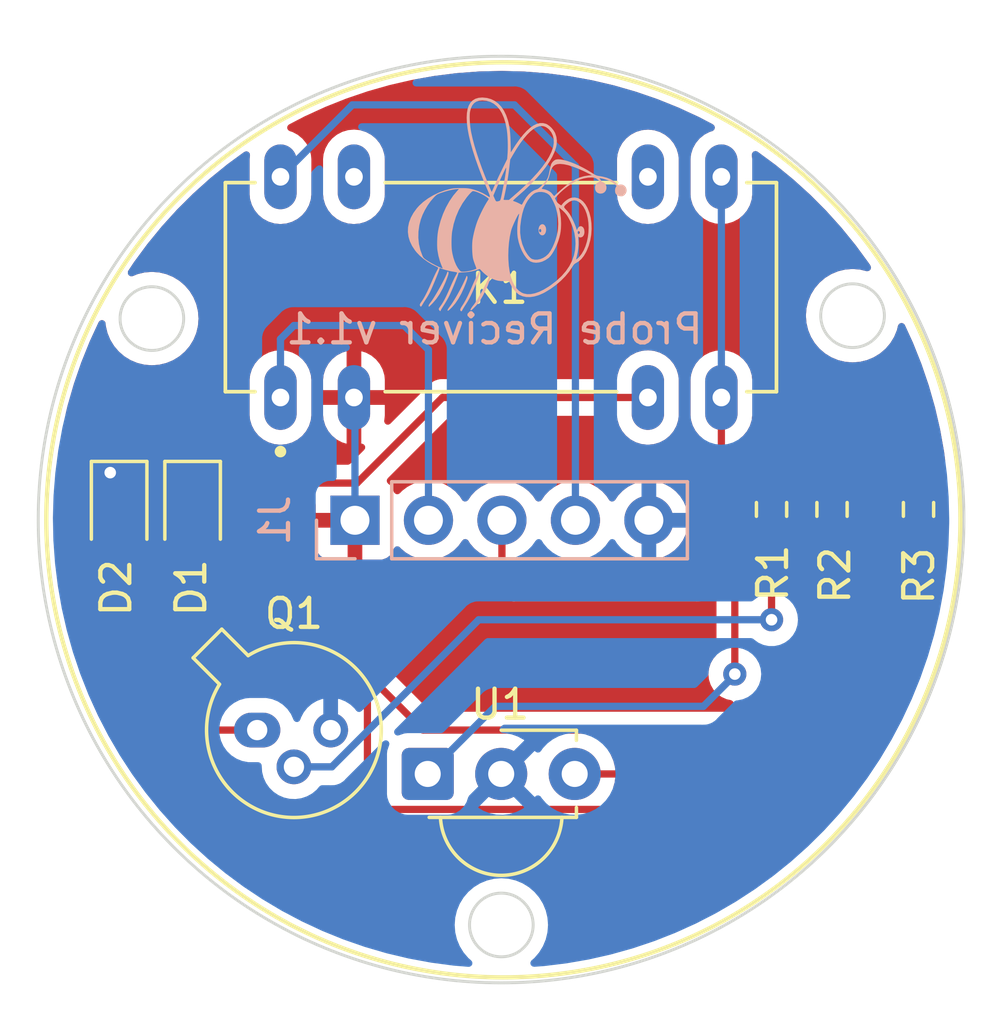
<source format=kicad_pcb>
(kicad_pcb (version 20211014) (generator pcbnew)
  (layers (0 "F.Cu" signal) (31 "B.Cu" signal) (34 "B.Paste" user) (35 "F.Paste" user) (36 "B.SilkS" user "B.Silkscreen") (37 "F.SilkS" user "F.Silkscreen") (38 "B.Mask" user) (39 "F.Mask" user) (44 "Edge.Cuts" user))
  (net 0 "")
  (net 1 "Net-(D1-Pad2)")
  (net 2 "GND")
  (net 3 "Net-(D1-Pad1)")
  (net 4 "Net-(Q1-Pad2)")
  (net 5 "+5V")
  (net 6 "Net-(J1-Pad2)")
  (net 7 "Net-(J1-Pad4)")
  (net 8 "Net-(R1-Pad1)")
  (net 9 "Net-(J1-Pad3)")
  (net 10 "Net-(D2-Pad2)")
  (footprint "LED_SMD:LED_0805_2012Metric" (layer "F.Cu") (at 89.337823 99.67817 -90)
    (fp_text reference "D1" (at 2.678138 0.052438 90) (layer "F.SilkS"))
    (fp_text value "LED")
    (fp_line (start -1.685 -0.96) (end -1.685 0.96) (layer "F.SilkS") (width 0.12))
    (fp_line (start -1.685 0.96) (end 1 0.96) (layer "F.SilkS") (width 0.12))
    (fp_line (start 1 -0.96) (end -1.685 -0.96) (layer "F.SilkS") (width 0.12))
    (pad "1" smd roundrect (at -0.9375 0 270) (size 0.975 1.4) (layers "F.Cu" "F.Paste" "F.Mask") (net 3 "Net-(D1-Pad1)"))
    (pad "2" smd roundrect (at 0.9375 0 270) (size 0.975 1.4) (layers "F.Cu" "F.Paste" "F.Mask") (net 1 "Net-(D1-Pad2)"))
  )
  (footprint "HE721C0510:RELAY_HE721C0510" (layer "F.Cu") (at 99.995 91.975 90)
    (fp_text reference "K1" (at -0.05 -0.05 180) (layer "F.SilkS"))
    (fp_text value "HE721C0510")
    (fp_line (start 3.61 -9.525) (end 3.61 -8.499) (layer "F.SilkS") (width 0.127))
    (fp_line (start 3.61 -4) (end 3.61 4) (layer "F.SilkS") (width 0.127))
    (fp_line (start -3.61 -8.499) (end -3.61 -9.525) (layer "F.SilkS") (width 0.127))
    (fp_line (start 3.61 9.525) (end -3.61 9.525) (layer "F.SilkS") (width 0.127))
    (fp_line (start -3.61 -9.525) (end 3.61 -9.525) (layer "F.SilkS") (width 0.127))
    (fp_line (start -3.61 -4) (end -3.61 4) (layer "F.SilkS") (width 0.127))
    (fp_line (start 3.61 9.525) (end 3.61 8.499) (layer "F.SilkS") (width 0.127))
    (fp_line (start -3.61 9.525) (end -3.61 8.499) (layer "F.SilkS") (width 0.127))
    (fp_circle (center -5.678 -7.62) (end -5.578 -7.62) (layer "F.SilkS") (width 0.2) (fill none))
    (pad "1" thru_hole oval locked (at -3.81 -7.62 90) (size 2.236 1.118) (drill 0.61) (layers *.Cu *.Mask) (net 6 "Net-(J1-Pad2)"))
    (pad "2" thru_hole oval locked (at -3.81 -5.08 90) (size 2.236 1.118) (drill 0.61) (layers *.Cu *.Mask) (net 5 "+5V"))
    (pad "6" thru_hole oval locked (at -3.81 5.08 90) (size 2.236 1.118) (drill 0.61) (layers *.Cu *.Mask) (net 3 "Net-(D1-Pad1)"))
    (pad "7" thru_hole oval locked (at -3.81 7.62 90) (size 2.236 1.118) (drill 0.61) (layers *.Cu *.Mask) (net 9 "Net-(J1-Pad3)"))
    (pad "8" thru_hole oval locked (at 3.81 7.62 90) (size 2.236 1.118) (drill 0.61) (layers *.Cu *.Mask) (net 9 "Net-(J1-Pad3)"))
    (pad "9" thru_hole oval locked (at 3.81 5.08 90) (size 2.236 1.118) (drill 0.61) (layers *.Cu *.Mask))
    (pad "13" thru_hole oval locked (at 3.81 -5.08 90) (size 2.236 1.118) (drill 0.61) (layers *.Cu *.Mask))
    (pad "14" thru_hole oval locked (at 3.81 -7.62 90) (size 2.236 1.118) (drill 0.61) (layers *.Cu *.Mask) (net 7 "Net-(J1-Pad4)"))
  )
  (footprint "OptoDevice:Vishay_MINICAST-3Pin" (layer "F.Cu") (at 97.465 108.785)
    (fp_text reference "U1" (at 2.5 -2.4 180) (layer "F.SilkS"))
    (fp_text value "TSSP4038")
    (fp_line (start 5.14 -1.16) (end 5.14 -1.51) (layer "F.SilkS") (width 0.12))
    (fp_line (start 5.14 -1.51) (end 2.54 -1.51) (layer "F.SilkS") (width 0.12))
    (fp_line (start 5.14 1.5) (end 0.05 1.5) (layer "F.SilkS") (width 0.12))
    (fp_line (start 5.14 1.16) (end 5.14 1.5) (layer "F.SilkS") (width 0.12))
    (fp_arc (start 4.64 1.5) (mid 2.540869 3.502379) (end 0.440083 1.501736) (layer "F.SilkS") (width 0.12))
    (pad "1" thru_hole roundrect (at 0 0) (size 1.8 1.8) (drill 0.9) (layers *.Cu *.Mask) (roundrect_rratio 0.139) (net 8 "Net-(R1-Pad1)"))
    (pad "2" thru_hole circle (at 2.54 0) (size 1.8 1.8) (drill 0.9) (layers *.Cu *.Mask) (net 2 "GND"))
    (pad "3" thru_hole circle (at 5.08 0) (size 1.8 1.8) (drill 0.9) (layers *.Cu *.Mask) (net 5 "+5V"))
  )
  (footprint "Resistor_SMD:R_0603_1608Metric" (layer "F.Cu") (at 114.43 99.65 -90)
    (fp_text reference "R3" (at 2.3 -0.015 -90) (layer "F.SilkS"))
    (fp_text value "R1K")
    (fp_line (start -0.237258 0.5225) (end 0.237258 0.5225) (layer "F.SilkS") (width 0.12))
    (fp_line (start -0.237258 -0.5225) (end 0.237258 -0.5225) (layer "F.SilkS") (width 0.12))
    (pad "1" smd roundrect (at -0.825 0 270) (size 0.8 0.95) (layers "F.Cu" "F.Paste" "F.Mask") (net 5 "+5V"))
    (pad "2" smd roundrect (at 0.825 0 270) (size 0.8 0.95) (layers "F.Cu" "F.Paste" "F.Mask") (net 10 "Net-(D2-Pad2)"))
  )
  (footprint "Package_TO_SOT_THT:TO-18-3" (layer "F.Cu") (at 91.57 107.27)
    (fp_text reference "Q1" (at 1.27 -4.02) (layer "F.SilkS"))
    (fp_text value "2N2907A")
    (fp_line (start -0.312331 -2.572281) (end -1.224499 -3.484448) (layer "F.SilkS") (width 0.12))
    (fp_line (start -1.224499 -3.484448) (end -2.214448 -2.494499) (layer "F.SilkS") (width 0.12))
    (fp_line (start -2.214448 -2.494499) (end -1.302281 -1.582331) (layer "F.SilkS") (width 0.12))
    (fp_arc (start -0.312331 -2.572281) (mid 3.405374 2.135551) (end -1.30215 -1.582544) (layer "F.SilkS") (width 0.12))
    (pad "1" thru_hole oval (at 0 0) (size 1.6 1.2) (drill 0.7) (layers *.Cu *.Mask) (net 3 "Net-(D1-Pad1)"))
    (pad "2" thru_hole oval (at 1.27 1.27) (size 1.2 1.2) (drill 0.7) (layers *.Cu *.Mask) (net 4 "Net-(Q1-Pad2)"))
    (pad "3" thru_hole oval (at 2.54 0) (size 1.2 1.2) (drill 0.7) (layers *.Cu *.Mask) (net 2 "GND"))
  )
  (footprint "LED_SMD:LED_0805_2012Metric" (layer "F.Cu") (at 86.797823 99.67817 -90)
    (fp_text reference "D2" (at 2.678138 0.104876 90) (layer "F.SilkS"))
    (fp_text value "LED")
    (fp_line (start -1.685 0.96) (end 1 0.96) (layer "F.SilkS") (width 0.12))
    (fp_line (start -1.685 -0.96) (end -1.685 0.96) (layer "F.SilkS") (width 0.12))
    (fp_line (start 1 -0.96) (end -1.685 -0.96) (layer "F.SilkS") (width 0.12))
    (pad "1" smd roundrect (at -0.9375 0 270) (size 0.975 1.4) (layers "F.Cu" "F.Paste" "F.Mask") (net 2 "GND"))
    (pad "2" smd roundrect (at 0.9375 0 270) (size 0.975 1.4) (layers "F.Cu" "F.Paste" "F.Mask") (net 10 "Net-(D2-Pad2)"))
  )
  (footprint "Resistor_SMD:R_0603_1608Metric" (layer "F.Cu") (at 111.44 99.65 -90)
    (fp_text reference "R2" (at 2.275 -0.105 -90) (layer "F.SilkS"))
    (fp_text value "R1K")
    (fp_line (start -0.237258 -0.5225) (end 0.237258 -0.5225) (layer "F.SilkS") (width 0.12))
    (fp_line (start -0.237258 0.5225) (end 0.237258 0.5225) (layer "F.SilkS") (width 0.12))
    (pad "1" smd roundrect (at -0.825 0 270) (size 0.8 0.95) (layers "F.Cu" "F.Paste" "F.Mask") (net 5 "+5V"))
    (pad "2" smd roundrect (at 0.825 0 270) (size 0.8 0.95) (layers "F.Cu" "F.Paste" "F.Mask") (net 1 "Net-(D1-Pad2)"))
  )
  (footprint "Resistor_SMD:R_0603_1608Metric" (layer "F.Cu") (at 109.35 99.65 -90)
    (fp_text reference "R1" (at 2.2 -0.045 -90) (layer "F.SilkS"))
    (fp_text value "R39")
    (fp_line (start -0.237258 0.5225) (end 0.237258 0.5225) (layer "F.SilkS") (width 0.12))
    (fp_line (start -0.237258 -0.5225) (end 0.237258 -0.5225) (layer "F.SilkS") (width 0.12))
    (pad "1" smd roundrect (at -0.825 0 270) (size 0.8 0.95) (layers "F.Cu" "F.Paste" "F.Mask") (net 8 "Net-(R1-Pad1)"))
    (pad "2" smd roundrect (at 0.825 0 270) (size 0.8 0.95) (layers "F.Cu" "F.Paste" "F.Mask") (net 4 "Net-(Q1-Pad2)"))
  )
  (footprint "LOGO" (layer "B.Cu") (at 100.445 89.2 180)
    (fp_text reference " " (at 6.56 4.83) (layer "F.SilkS") (effects (font (size 1.524 1.524) (thickness 0.3))))
    (fp_text value "Probe Reciver v1.1" (at 0.675 -4.225) (layer "B.SilkS") (effects (justify mirror)))
    (fp_poly (pts (xy 2.296962 -2.241683) (xy 2.30853 -2.270795) (xy 2.31077 -2.277611) (xy 2.334515 -2.339499) (xy 2.371027 -2.420425) (xy 2.417903 -2.516085) (xy 2.47274 -2.622179) (xy 2.533134 -2.734403) (xy 2.596682 -2.848458) (xy 2.660982 -2.960039) (xy 2.723629 -3.064847) (xy 2.782221 -3.158579) (xy 2.834355 -3.236933) (xy 2.877627 -3.295607) (xy 2.883436 -3.302723) (xy 2.920138 -3.351636) (xy 2.943683 -3.39301) (xy 2.950576 -3.417545) (xy 2.946927 -3.443377) (xy 2.940137 -3.451634) (xy 2.927032 -3.442218) (xy 2.898639 -3.416458) (xy 2.85893 -3.378111) (xy 2.811875 -3.330932) (xy 2.803842 -3.322725) (xy 2.682426 -3.181425) (xy 2.568395 -3.014088) (xy 2.462317 -2.821666) (xy 2.364761 -2.605112) (xy 2.344795 -2.555083) (xy 2.307957 -2.458276) (xy 2.282041 -2.383632) (xy 2.266315 -2.328037) (xy 2.260049 -2.288373) (xy 2.262512 -2.261526) (xy 2.272091 -2.245233) (xy 2.286512 -2.234583)) (layer "B.SilkS") (width 0) (fill solid))
    (fp_poly (pts (xy 1.224926 3.76372) (xy 1.333609 3.730623) (xy 1.425557 3.67557) (xy 1.500769 3.598705) (xy 1.559248 3.500171) (xy 1.600993 3.380111) (xy 1.626006 3.238668) (xy 1.634287 3.075985) (xy 1.625837 2.892206) (xy 1.600656 2.687474) (xy 1.558746 2.461931) (xy 1.500107 2.215722) (xy 1.42474 1.948989) (xy 1.332645 1.661875) (xy 1.223824 1.354523) (xy 1.098276 1.027077) (xy 1.085421 0.994786) (xy 1.047197 0.900245) (xy 1.00468 0.797031) (xy 0.961992 0.695033) (xy 0.923257 0.604141) (xy 0.906706 0.566059) (xy 0.868753 0.475923) (xy 0.84419 0.408863) (xy 0.832702 0.363726) (xy 0.833972 0.339362) (xy 0.843083 0.334027) (xy 0.856239 0.341062) (xy 0.886991 0.359828) (xy 0.92964 0.386816) (xy 0.947697 0.398444) (xy 1.079147 0.472874) (xy 1.228325 0.539027) (xy 1.385431 0.592761) (xy 1.446933 0.609506) (xy 1.473717 0.615902) (xy 1.899781 0.615902) (xy 1.957074 0.554992) (xy 2.100974 0.383874) (xy 2.232629 0.190766) (xy 2.350218 -0.020512) (xy 2.451915 -0.246139) (xy 2.5359 -0.482295) (xy 2.600347 -0.725157) (xy 2.623637 -0.842028) (xy 2.638551 -0.94858) (xy 2.649028 -1.070439) (xy 2.654772 -1.198439) (xy 2.655483 -1.323411) (xy 2.650862 -1.436189) (xy 2.64498 -1.49765) (xy 2.612096 -1.687032) (xy 2.562704 -1.869618) (xy 2.513028 -2.004072) (xy 2.491323 -2.055871) (xy 2.474445 -2.096784) (xy 2.464805 -2.120937) (xy 2.463453 -2.124906) (xy 2.475118 -2.124451) (xy 2.507236 -2.113164) (xy 2.555492 -2.092914) (xy 2.615569 -2.065569) (xy 2.683151 -2.032997) (xy 2.728917 -2.00998) (xy 2.80436 -1.969786) (xy 2.885472 -1.923965) (xy 2.960899 -1.879051) (xy 3.004702 -1.85134) (xy 3.060917 -1.813447) (xy 3.099109 -1.783998) (xy 3.125082 -1.757042) (xy 3.144635 -1.726629) (xy 3.162302 -1.689668) (xy 3.235597 -1.490825) (xy 3.283095 -1.283671) (xy 3.304685 -1.070613) (xy 3.300259 -0.854059) (xy 3.269708 -0.636415) (xy 3.21883 -0.438545) (xy 3.158427 -0.278105) (xy 3.078421 -0.11391) (xy 2.983493 0.046153) (xy 2.878321 0.194197) (xy 2.767586 0.322333) (xy 2.767194 0.322737) (xy 2.719931 0.370428) (xy 2.682458 0.40373) (xy 2.64634 0.428046) (xy 2.603143 0.448777) (xy 2.544431 0.471326) (xy 2.523171 0.479022) (xy 2.388439 0.523936) (xy 2.256736 0.561041) (xy 2.134649 0.588704) (xy 2.028764 0.605294) (xy 2.004165 0.607635) (xy 1.899781 0.615902) (xy 1.473717 0.615902) (xy 1.506205 0.62366) (xy 1.558182 0.63372) (xy 1.609952 0.640375) (xy 1.668602 0.644314) (xy 1.741219 0.646228) (xy 1.830192 0.646799) (xy 1.939579 0.645876) (xy 2.027511 0.642423) (xy 2.100292 0.635998) (xy 2.164225 0.626161) (xy 2.185096 0.621953) (xy 2.391948 0.566881) (xy 2.594228 0.491805) (xy 2.787983 0.398997) (xy 2.969261 0.290732) (xy 3.134111 0.169284) (xy 3.278581 0.036926) (xy 3.359624 -0.053804) (xy 3.475832 -0.213993) (xy 3.564608 -0.376406) (xy 3.62595 -0.54023) (xy 3.659856 -0.704654) (xy 3.666325 -0.868865) (xy 3.645355 -1.032051) (xy 3.596944 -1.193399) (xy 3.52109 -1.352097) (xy 3.417793 -1.507334) (xy 3.362793 -1.575331) (xy 3.254276 -1.688084) (xy 3.125351 -1.798388) (xy 2.983292 -1.900861) (xy 2.835373 -1.990119) (xy 2.732798 -2.041598) (xy 2.681903 -2.066164) (xy 2.64234 -2.087728) (xy 2.619793 -2.103068) (xy 2.616677 -2.107404) (xy 2.622877 -2.124458) (xy 2.63965 -2.159865) (xy 2.664075 -2.207631) (xy 2.680743 -2.238906) (xy 2.707662 -2.291583) (xy 2.741956 -2.363022) (xy 2.780391 -2.446246) (xy 2.819736 -2.534283) (xy 2.849021 -2.601913) (xy 2.926724 -2.778856) (xy 3.000179 -2.935195) (xy 3.068597 -3.069376) (xy 3.131186 -3.179851) (xy 3.187154 -3.265067) (xy 3.187791 -3.265942) (xy 3.224658 -3.318119) (xy 3.246188 -3.354596) (xy 3.25445 -3.381392) (xy 3.251513 -3.404529) (xy 3.24236 -3.424696) (xy 3.227846 -3.445212) (xy 3.212989 -3.447507) (xy 3.194407 -3.429429) (xy 3.168718 -3.388825) (xy 3.15893 -3.37159) (xy 3.127157 -3.317944) (xy 3.087779 -3.255698) (xy 3.051211 -3.201096) (xy 3.015427 -3.146425) (xy 2.974227 -3.078625) (xy 2.934671 -3.009448) (xy 2.921607 -2.98537) (xy 2.897326 -2.936808) (xy 2.866507 -2.870642) (xy 2.830881 -2.791027) (xy 2.792175 -2.702117) (xy 2.752118 -2.608068) (xy 2.712439 -2.513034) (xy 2.674866 -2.42117) (xy 2.641129 -2.336632) (xy 2.612957 -2.263575) (xy 2.592076 -2.206152) (xy 2.580218 -2.16852) (xy 2.57851 -2.16074) (xy 2.572284 -2.130042) (xy 2.566937 -2.115657) (xy 2.566537 -2.115507) (xy 2.552051 -2.119919) (xy 2.519463 -2.13131) (xy 2.488331 -2.142628) (xy 2.386832 -2.175563) (xy 2.269992 -2.206232) (xy 2.150292 -2.231564) (xy 2.078259 -2.243512) (xy 2.025574 -2.252585) (xy 1.985421 -2.262269) (xy 1.964191 -2.270913) (xy 1.962411 -2.273478) (xy 1.968961 -2.290971) (xy 1.986367 -2.325781) (xy 2.011269 -2.371297) (xy 2.019387 -2.385512) (xy 2.04155 -2.427326) (xy 2.072017 -2.489615) (xy 2.108363 -2.567169) (xy 2.148165 -2.654777) (xy 2.189002 -2.747228) (xy 2.207633 -2.790334) (xy 2.276179 -2.946714) (xy 2.337798 -3.079695) (xy 2.394101 -3.192375) (xy 2.446696 -3.287851) (xy 2.497192 -3.369219) (xy 2.540314 -3.430466) (xy 2.574932 -3.477902) (xy 2.594196 -3.509895) (xy 2.599935 -3.5329) (xy 2.59398 -3.553371) (xy 2.580965 -3.57378) (xy 2.557659 -3.598771) (xy 2.540053 -3.60295) (xy 2.533042 -3.585171) (xy 2.533042 -3.585013) (xy 2.525679 -3.566932) (xy 2.505422 -3.530451) (xy 2.475018 -3.480195) (xy 2.437214 -3.420789) (xy 2.419406 -3.393643) (xy 2.368967 -3.313861) (xy 2.315582 -3.223452) (xy 2.265606 -3.133509) (xy 2.225398 -3.055126) (xy 2.225318 -3.054959) (xy 2.191444 -2.982576) (xy 2.154047 -2.899165) (xy 2.114735 -2.808679) (xy 2.075115 -2.71507) (xy 2.036795 -2.622291) (xy 2.001381 -2.534295) (xy 1.970481 -2.455033) (xy 1.945704 -2.388459) (xy 1.928655 -2.338524) (xy 1.920942 -2.309182) (xy 1.920658 -2.305816) (xy 1.919663 -2.291994) (xy 1.913623 -2.282419) (xy 1.897956 -2.275982) (xy 1.868079 -2.271574) (xy 1.819408 -2.268086) (xy 1.750165 -2.264544) (xy 1.596276 -2.252118) (xy 1.458107 -2.229625) (xy 1.324754 -2.195116) (xy 1.278389 -2.180238) (xy 1.1812 -2.147642) (xy 1.096892 -2.23544) (xy 1.046807 -2.284294) (xy 0.99215 -2.332489) (xy 0.943658 -2.370624) (xy 0.937744 -2.374782) (xy 0.89964 -2.401382) (xy 0.872686 -2.420882) (xy 0.862905 -2.428874) (xy 0.868602 -2.44161) (xy 0.88435 -2.475172) (xy 0.908132 -2.525302) (xy 0.937929 -2.587742) (xy 0.959671 -2.633126) (xy 1.01265 -2.740376) (xy 1.07034 -2.851617) (xy 1.130468 -2.962907) (xy 1.19076 -3.070304) (xy 1.248942 -3.169866) (xy 1.30274 -3.257651) (xy 1.34988 -3.329717) (xy 1.388088 -3.382122) (xy 1.399689 -3.395946) (xy 1.433216 -3.437192) (xy 1.464652 -3.481938) (xy 1.489235 -3.522726) (xy 1.502204 -3.552098) (xy 1.503124 -3.557943) (xy 1.492073 -3.575051) (xy 1.483829 -3.576877) (xy 1.466835 -3.567064) (xy 1.435897 -3.540553) (xy 1.395235 -3.501734) (xy 1.349074 -3.454998) (xy 1.301635 -3.404736) (xy 1.257141 -3.355339) (xy 1.219814 -3.311197) (xy 1.193877 -3.276702) (xy 1.191199 -3.272582) (xy 1.079998 -3.084561) (xy 0.982547 -2.895875) (xy 0.901806 -2.712629) (xy 0.848088 -2.564357) (xy 0.831509 -2.516319) (xy 0.817029 -2.480692) (xy 0.807337 -2.463961) (xy 0.806226 -2.463453) (xy 0.789306 -2.468644) (xy 0.755237 -2.482084) (xy 0.721979 -2.496263) (xy 0.636644 -2.529147) (xy 0.552431 -2.550922) (xy 0.460406 -2.563221) (xy 0.351635 -2.567677) (xy 0.330857 -2.567772) (xy 0.167632 -2.567836) (xy 0.132274 -2.649368) (xy 0.076497 -2.757186) (xy 0.007056 -2.858562) (xy -0.070999 -2.947331) (xy -0.152623 -3.017324) (xy -0.187586 -3.040127) (xy -0.299632 -3.089863) (xy -0.424114 -3.115845) (xy -0.559245 -3.118248) (xy -0.70324 -3.097246) (xy -0.854312 -3.053014) (xy -1.010674 -2.985726) (xy -1.071671 -2.953839) (xy -1.265793 -2.836172) (xy -1.45049 -2.702149) (xy -1.622057 -2.555204) (xy -1.776784 -2.398776) (xy -1.910967 -2.236299) (xy -2.017413 -2.077142) (xy -2.051633 -2.022665) (xy -2.081152 -1.986125) (xy -2.112949 -1.960192) (xy -2.147037 -1.940986) (xy -2.245815 -1.880047) (xy -2.333845 -1.800814) (xy -2.413591 -1.700485) (xy -2.487514 -1.576261) (xy -2.51373 -1.524) (xy -2.586108 -1.346247) (xy -2.638917 -1.157392) (xy -2.672082 -0.961764) (xy -2.685528 -0.763692) (xy -2.684008 -0.716711) (xy -2.581779 -0.716711) (xy -2.575358 -0.882633) (xy -2.555056 -1.047535) (xy -2.521055 -1.207938) (xy -2.473537 -1.360359) (xy -2.412685 -1.501319) (xy -2.338681 -1.627336) (xy -2.251707 -1.734929) (xy -2.220664 -1.765363) (xy -2.186395 -1.79566) (xy -2.161018 -1.81568) (xy -2.15046 -1.821016) (xy -2.151782 -1.806425) (xy -2.159205 -1.771193) (xy -2.171358 -1.721492) (xy -2.179349 -1.691014) (xy -2.206429 -1.568999) (xy -2.225376 -1.439429) (xy -2.235292 -1.311743) (xy -2.235288 -1.273766) (xy -2.129424 -1.273766) (xy -2.115945 -1.477842) (xy -2.075539 -1.67497) (xy -2.008248 -1.865079) (xy -1.91412 -2.048098) (xy -1.793197 -2.223956) (xy -1.645524 -2.392584) (xy -1.471147 -2.553909) (xy -1.270109 -2.707862) (xy -1.190426 -2.761988) (xy -1.025896 -2.860973) (xy -0.869561 -2.936047) (xy -0.722187 -2.987039) (xy -0.584534 -3.013779) (xy -0.457369 -3.016097) (xy -0.341453 -2.993821) (xy -0.274201 -2.966913) (xy -0.175392 -2.902934) (xy -0.087424 -2.81418) (xy -0.010667 -2.701664) (xy 0.054515 -2.566398) (xy 0.107753 -2.409396) (xy 0.14868 -2.231672) (xy 0.17693 -2.034238) (xy 0.192134 -1.81811) (xy 0.19485 -1.672161) (xy 0.188634 -1.447204) (xy 0.17045 -1.229528) (xy 0.140994 -1.024892) (xy 0.100963 -0.839053) (xy 0.088566 -0.793316) (xy 0.071704 -0.743088) (xy 0.045952 -0.677407) (xy 0.013879 -0.601814) (xy -0.021944 -0.521852) (xy -0.058947 -0.443067) (xy -0.094559 -0.371) (xy -0.126209 -0.311195) (xy -0.151328 -0.269195) (xy -0.1599 -0.25748) (xy -0.169131 -0.246033) (xy -0.175307 -0.2398) (xy -0.178132 -0.242291) (xy -0.177309 -0.257013) (xy -0.172542 -0.287475) (xy -0.163534 -0.337187) (xy -0.14999 -0.409656) (xy -0.144614 -0.438411) (xy -0.127491 -0.55722) (xy -0.117202 -0.68803) (xy -0.113949 -0.821412) (xy -0.117934 -0.947939) (xy -0.12936 -1.058179) (xy -0.131091 -1.068977) (xy -0.165573 -1.226647) (xy -0.214541 -1.379683) (xy -0.275734 -1.523299) (xy -0.346891 -1.652704) (xy -0.425749 -1.763111) (xy -0.492477 -1.834186) (xy -0.571353 -1.888679) (xy -0.663295 -1.921246) (xy -0.764741 -1.932285) (xy -0.872129 -1.922192) (xy -0.981896 -1.891363) (xy -1.09048 -1.840196) (xy -1.194319 -1.769088) (xy -1.212488 -1.753981) (xy -1.267324 -1.696312) (xy -1.325299 -1.616352) (xy -1.383846 -1.519056) (xy -1.440394 -1.409377) (xy -1.492374 -1.29227) (xy -1.537218 -1.172687) (xy -1.56997 -1.064713) (xy -1.596574 -0.954025) (xy -1.614608 -0.851532) (xy -1.625297 -0.747048) (xy -1.629868 -0.630386) (xy -1.630112 -0.586666) (xy -1.530606 -0.586666) (xy -1.5216 -0.769382) (xy -1.510627 -0.850563) (xy -1.481355 -0.990152) (xy -1.440628 -1.13126) (xy -1.390721 -1.268462) (xy -1.333907 -1.396337) (xy -1.272462 -1.509459) (xy -1.208659 -1.602406) (xy -1.182345 -1.633425) (xy -1.10059 -1.70762) (xy -1.008392 -1.765323) (xy -0.910546 -1.805172) (xy -0.811849 -1.825809) (xy -0.717099 -1.825874) (xy -0.631092 -1.804009) (xy -0.611815 -1.795108) (xy -0.568655 -1.763336) (xy -0.518845 -1.710674) (xy -0.466139 -1.642052) (xy -0.414287 -1.562398) (xy -0.367043 -1.476642) (xy -0.362699 -1.467884) (xy -0.287828 -1.284062) (xy -0.238437 -1.090754) (xy -0.215001 -0.890702) (xy -0.217993 -0.68665) (xy -0.221275 -0.650683) (xy -0.250258 -0.431102) (xy -0.289866 -0.235907) (xy -0.340662 -0.063527) (xy -0.403211 0.087607) (xy -0.478074 0.219062) (xy -0.565815 0.332409) (xy -0.579769 0.34757) (xy -0.634385 0.403223) (xy -0.67854 0.441696) (xy -0.718656 0.467941) (xy -0.759822 0.486414) (xy -0.857108 0.510411) (xy -0.95828 0.513449) (xy -1.056826 0.496677) (xy -1.146235 0.461248) (xy -1.219992 0.408312) (xy -1.223995 0.404388) (xy -1.255272 0.365214) (xy -1.292676 0.306164) (xy -1.332944 0.233566) (xy -1.372812 0.153749) (xy -1.409018 0.073041) (xy -1.438299 -0.00223) (xy -1.446851 -0.027836) (xy -1.492588 -0.207592) (xy -1.520721 -0.396635) (xy -1.530606 -0.586666) (xy -1.630112 -0.586666) (xy -1.63024 -0.563672) (xy -1.622448 -0.389148) (xy -1.600897 -0.220257) (xy -1.566839 -0.066585) (xy -1.563911 -0.056272) (xy -1.554042 -0.022078) (xy -1.588355 -0.049313) (xy -1.681231 -0.127076) (xy -1.756293 -0.200574) (xy -1.819057 -0.276866) (xy -1.875039 -0.363009) (xy -1.929755 -0.466062) (xy -1.954504 -0.517837) (xy -2.035164 -0.715339) (xy -2.090414 -0.909233) (xy -2.121373 -1.104349) (xy -2.129424 -1.273766) (xy -2.235288 -1.273766) (xy -2.235281 -1.195376) (xy -2.2313 -1.144634) (xy -2.225707 -1.079349) (xy -2.226612 -1.040976) (xy -2.234042 -1.029353) (xy -2.247726 -1.043836) (xy -2.269772 -1.056204) (xy -2.305869 -1.057058) (xy -2.345332 -1.047648) (xy -2.377473 -1.029224) (xy -2.378173 -1.028582) (xy -2.41594 -0.978015) (xy -2.434738 -0.912315) (xy -2.436869 -0.875117) (xy -2.279533 -0.875117) (xy -2.275569 -0.901157) (xy -2.270917 -0.912094) (xy -2.24941 -0.940163) (xy -2.226507 -0.94302) (xy -2.208316 -0.922256) (xy -2.201604 -0.89401) (xy -2.205901 -0.85634) (xy -2.224092 -0.837912) (xy -2.250752 -0.842179) (xy -2.265191 -0.853528) (xy -2.279533 -0.875117) (xy -2.436869 -0.875117) (xy -2.437592 -0.86249) (xy -2.429371 -0.785995) (xy -2.404386 -0.7278) (xy -2.378173 -0.697227) (xy -2.333132 -0.670839) (xy -2.286355 -0.670036) (xy -2.242605 -0.693337) (xy -2.206646 -0.739261) (xy -2.2001 -0.752596) (xy -2.175718 -0.807055) (xy -2.137226 -0.692322) (xy -2.106654 -0.610936) (xy -2.066559 -0.518098) (xy -2.021174 -0.422591) (xy -1.974731 -0.333201) (xy -1.931462 -0.258712) (xy -1.919261 -0.239881) (xy -1.886378 -0.195696) (xy -1.842933 -0.143598) (xy -1.799043 -0.095621) (xy -1.76028 -0.053913) (xy -1.73933 -0.022455) (xy -1.736922 0.004919) (xy -1.753786 0.034378) (xy -1.790652 0.072087) (xy -1.822298 0.1009) (xy -1.911837 0.169107) (xy -1.99843 0.209711) (xy -2.082687 0.222719) (xy -2.165219 0.208135) (xy -2.246635 0.165965) (xy -2.3186 0.105287) (xy -2.399292 0.00635) (xy -2.465009 -0.112453) (xy -2.515935 -0.247642) (xy -2.55225 -0.395735) (xy -2.574137 -0.553252) (xy -2.581779 -0.716711) (xy -2.684008 -0.716711) (xy -2.67918 -0.567505) (xy -2.652964 -0.377533) (xy -2.606804 -0.198103) (xy -2.540626 -0.033544) (xy -2.539534 -0.03132) (xy -2.469573 0.088507) (xy -2.390005 0.184419) (xy -2.302028 0.25572) (xy -2.20684 0.301713) (xy -2.105641 0.3217) (xy -1.999629 0.314986) (xy -1.959965 0.305745) (xy -1.901062 0.281261) (xy -1.833943 0.240734) (xy -1.767226 0.190292) (xy -1.709531 0.13606) (xy -1.69056 0.114245) (xy -1.635543 0.045955) (xy -1.56524 0.092634) (xy -1.510596 0.1368) (xy -1.47082 0.190544) (xy -1.456864 0.216944) (xy -1.41879 0.294575) (xy -1.504468 0.391215) (xy -1.600335 0.489979) (xy -1.71341 0.591143) (xy -1.836281 0.688951) (xy -1.96154 0.777645) (xy -2.081776 0.851465) (xy -2.129424 0.876866) (xy -2.267691 0.936701) (xy -2.410682 0.980221) (xy -2.551773 1.005984) (xy -2.684341 1.012546) (xy -2.736643 1.00915) (xy -2.789504 1.001082) (xy -2.829781 0.986444) (xy -2.870393 0.959666) (xy -2.892423 0.942004) (xy -2.9284 0.911355) (xy -2.953949 0.887823) (xy -2.963338 0.876821) (xy -2.952307 0.867153) (xy -2.924169 0.851341) (xy -2.911942 0.845357) (xy -2.855267 0.807877) (xy -2.819751 0.756915) (xy -2.802559 0.687962) (xy -2.800873 0.668687) (xy -2.807562 0.591329) (xy -2.836769 0.528904) (xy -2.886119 0.483953) (xy -2.953234 0.459017) (xy -3.000989 0.45472) (xy -3.070586 0.466948) (xy -3.128109 0.50062) (xy -3.17076 0.550931) (xy -3.195739 0.61308) (xy -3.200246 0.682264) (xy -3.181483 0.753681) (xy -3.178737 0.759677) (xy -3.150931 0.79906) (xy -3.111064 0.834081) (xy -3.068762 0.857426) (xy -3.042877 0.862904) (xy -3.023512 0.874207) (xy -3.020164 0.886498) (xy -3.011048 0.911408) (xy -2.988544 0.942814) (xy -2.982766 0.949128) (xy -2.96002 0.974197) (xy -2.955839 0.98534) (xy -2.968915 0.988121) (xy -2.97358 0.988164) (xy -3.015697 0.983132) (xy -3.075681 0.969574) (xy -3.145762 0.9498) (xy -3.218167 0.926118) (xy -3.285123 0.900838) (xy -3.321983 0.88467) (xy -3.380963 0.852876) (xy -3.439429 0.815082) (xy -3.484695 0.779492) (xy -3.547397 0.721696) (xy -3.520435 0.677478) (xy -3.500075 0.622689) (xy -3.493908 0.556558) (xy -3.502254 0.491872) (xy -3.514922 0.457981) (xy -3.556556 0.406485) (xy -3.617089 0.374027) (xy -3.693924 0.361961) (xy -3.699196 0.361915) (xy -3.74554 0.36414) (xy -3.77839 0.374406) (xy -3.810793 0.397978) (xy -3.828411 0.414054) (xy -3.872314 0.470895) (xy -3.893302 0.533081) (xy -3.893713 0.596181) (xy -3.875883 0.655763) (xy -3.842149 0.707394) (xy -3.794848 0.746642) (xy -3.736317 0.769076) (xy -3.668892 0.770264) (xy -3.643477 0.764799) (xy -3.615511 0.758378) (xy -3.594561 0.760319) (xy -3.572978 0.774251) (xy -3.543115 0.803802) (xy -3.528519 0.81933) (xy -3.444236 0.891446) (xy -3.337018 0.953643) (xy -3.210478 1.004376) (xy -3.068228 1.0421) (xy -2.968385 1.059002) (xy -2.915994 1.066679) (xy -2.874939 1.07555) (xy -2.837982 1.088613) (xy -2.830194 1.092547) (xy -2.693095 1.092547) (xy -2.588712 1.083732) (xy -2.431034 1.05955) (xy -2.275156 1.013163) (xy -2.118308 0.943402) (xy -1.95772 0.849097) (xy -1.842406 0.768452) (xy -1.802037 0.736952) (xy -1.750137 0.694206) (xy -1.69071 0.643758) (xy -1.627759 0.589155) (xy -1.565288 0.533942) (xy -1.5073 0.481664) (xy -1.4578 0.435866) (xy -1.42079 0.400095) (xy -1.400274 0.377896) (xy -1.398427 0.375275) (xy -1.385935 0.376638) (xy -1.364113 0.39684) (xy -1.350774 0.413539) (xy -1.319126 0.453297) (xy -1.287221 0.488444) (xy -1.278845 0.49652) (xy -1.224619 0.535289) (xy -1.154889 0.57063) (xy -1.081913 0.597052) (xy -1.030117 0.607995) (xy -0.990396 0.614705) (xy -0.965119 0.62283) (xy -0.960328 0.627467) (xy -0.968835 0.642128) (xy -0.99179 0.672782) (xy -1.025341 0.714445) (xy -1.052915 0.74731) (xy -1.10895 0.817389) (xy -1.152232 0.883401) (xy -1.186532 0.953117) (xy -1.215621 1.034308) (xy -1.243267 1.134747) (xy -1.245776 1.144846) (xy -1.278499 1.255908) (xy -1.316933 1.341703) (xy -1.363657 1.40462) (xy -1.42125 1.447051) (xy -1.492291 1.471386) (xy -1.579358 1.480017) (xy -1.607241 1.479939) (xy -1.728915 1.468313) (xy -1.869073 1.438484) (xy -2.025714 1.391097) (xy -2.196838 1.326796) (xy -2.380444 1.246226) (xy -2.477369 1.199514) (xy -2.693095 1.092547) (xy -2.830194 1.092547) (xy -2.797887 1.108867) (xy -2.747417 1.139309) (xy -2.697423 1.171261) (xy -2.550552 1.26137) (xy -2.401336 1.344298) (xy -2.252491 1.419064) (xy -2.106732 1.484684) (xy -1.966775 1.540173) (xy -1.835335 1.584549) (xy -1.715127 1.616827) (xy -1.608867 1.636024) (xy -1.51927 1.641157) (xy -1.449051 1.631241) (xy -1.437919 1.627498) (xy -1.383028 1.595107) (xy -1.331254 1.544089) (xy -1.293975 1.488033) (xy -1.281557 1.455305) (xy -1.26633 1.402264) (xy -1.250158 1.33604) (xy -1.234907 1.263759) (xy -1.233844 1.258252) (xy -1.212977 1.154662) (xy -1.192777 1.072414) (xy -1.169988 1.005291) (xy -1.141353 0.947078) (xy -1.103616 0.891558) (xy -1.053521 0.832515) (xy -0.98781 0.763734) (xy -0.960178 0.735866) (xy -0.898475 0.676374) (xy -0.850786 0.636257) (xy -0.813907 0.613023) (xy -0.792551 0.605412) (xy -0.696058 0.571101) (xy -0.600683 0.511422) (xy -0.50899 0.428804) (xy -0.423545 0.325676) (xy -0.346915 0.204468) (xy -0.324844 0.162597) (xy -0.300995 0.118125) (xy -0.28102 0.086106) (xy -0.268578 0.07228) (xy -0.267267 0.072225) (xy -0.250729 0.080509) (xy -0.216879 0.097833) (xy -0.173972 0.119968) (xy -0.120747 0.145759) (xy -0.068014 0.168497) (xy -0.034794 0.1807) (xy 0.002449 0.193788) (xy 0.027619 0.205135) (xy 0.031316 0.207665) (xy 0.025004 0.219453) (xy 0.00066 0.245618) (xy -0.038286 0.282809) (xy -0.088404 0.327675) (xy -0.115245 0.350803) (xy -0.35571 0.562788) (xy -0.574466 0.770586) (xy -0.771011 0.973537) (xy -0.944844 1.17098) (xy -1.095466 1.362253) (xy -1.222374 1.546697) (xy -1.325069 1.723651) (xy -1.40305 1.892453) (xy -1.455816 2.052442) (xy -1.475519 2.14612) (xy -1.479564 2.209125) (xy -1.377206 2.209125) (xy -1.356872 2.075918) (xy -1.350884 2.052769) (xy -1.296042 1.896064) (xy -1.214995 1.730156) (xy -1.107787 1.555103) (xy -0.974464 1.370958) (xy -0.815073 1.177779) (xy -0.629658 0.97562) (xy -0.418265 0.764537) (xy -0.18094 0.544586) (xy 0.041754 0.350176) (xy 0.173973 0.237604) (xy 0.269407 0.237103) (xy 0.320092 0.237799) (xy 0.347953 0.241326) (xy 0.357951 0.248838) (xy 0.356839 0.257457) (xy 0.348981 0.284735) (xy 0.337071 0.334703) (xy 0.322061 0.402671) (xy 0.304905 0.483947) (xy 0.286556 0.57384) (xy 0.267967 0.667659) (xy 0.250091 0.760713) (xy 0.233882 0.84831) (xy 0.220293 0.92576) (xy 0.216854 0.94641) (xy 0.202035 1.041837) (xy 0.18612 1.152721) (xy 0.170794 1.266824) (xy 0.162883 1.330518) (xy 0.267154 1.330518) (xy 0.271402 1.284857) (xy 0.279768 1.219357) (xy 0.291662 1.137764) (xy 0.306493 1.04382) (xy 0.323669 0.94127) (xy 0.342598 0.833858) (xy 0.362692 0.725327) (xy 0.383357 0.619422) (xy 0.383373 0.619342) (xy 0.40661 0.503697) (xy 0.425268 0.412327) (xy 0.440355 0.342241) (xy 0.452883 0.290446) (xy 0.46386 0.253949) (xy 0.474297 0.229758) (xy 0.485203 0.21488) (xy 0.497588 0.206323) (xy 0.512462 0.201094) (xy 0.525689 0.197601) (xy 0.57045 0.18685) (xy 0.60046 0.186037) (xy 0.622098 0.199061) (xy 0.641745 0.22982) (xy 0.660367 0.270412) (xy 0.872051 0.270412) (xy 0.875653 0.256386) (xy 0.882679 0.245742) (xy 0.940955 0.157335) (xy 1.004674 0.048857) (xy 1.07059 -0.073322) (xy 1.135456 -0.202828) (xy 1.196027 -0.33329) (xy 1.249057 -0.458335) (xy 1.273367 -0.521235) (xy 1.31126 -0.632928) (xy 1.348229 -0.759201) (xy 1.381927 -0.890707) (xy 1.410007 -1.018101) (xy 1.430123 -1.132034) (xy 1.434198 -1.161749) (xy 1.441433 -1.245339) (xy 1.444737 -1.343771) (xy 1.444354 -1.449758) (xy 1.440527 -1.556013) (xy 1.433501 -1.655246) (xy 1.423518 -1.740172) (xy 1.413018 -1.795156) (xy 1.39701 -1.850984) (xy 1.374207 -1.919911) (xy 1.348802 -1.989464) (xy 1.341311 -2.008559) (xy 1.320715 -2.06215) (xy 1.30571 -2.105333) (xy 1.298273 -2.132174) (xy 1.298199 -2.137907) (xy 1.313602 -2.145457) (xy 1.347541 -2.158948) (xy 1.386349 -2.173187) (xy 1.493283 -2.204357) (xy 1.610001 -2.227096) (xy 1.721645 -2.238674) (xy 1.747435 -2.239512) (xy 1.796219 -2.238875) (xy 1.827698 -2.232741) (xy 1.852338 -2.2175) (xy 1.874914 -2.195535) (xy 1.938229 -2.114489) (xy 1.997066 -2.01037) (xy 2.049594 -1.887814) (xy 2.093979 -1.751456) (xy 2.128391 -1.605932) (xy 2.143548 -1.51573) (xy 2.151436 -1.435781) (xy 2.155991 -1.336318) (xy 2.157301 -1.225453) (xy 2.155452 -1.111295) (xy 2.150532 -1.001956) (xy 2.142629 -0.905547) (xy 2.136444 -0.856968) (xy 2.083352 -0.595529) (xy 2.005465 -0.344856) (xy 1.903449 -0.106409) (xy 1.777973 0.118351) (xy 1.629704 0.327965) (xy 1.552178 0.421013) (xy 1.497144 0.48121) (xy 1.455943 0.520204) (xy 1.426621 0.539719) (xy 1.41391 0.542794) (xy 1.360475 0.535153) (xy 1.290283 0.513965) (xy 1.209248 0.481835) (xy 1.123282 0.441368) (xy 1.0383 0.395169) (xy 0.960215 0.345842) (xy 0.949056 0.338046) (xy 0.9052 0.306301) (xy 0.880716 0.285403) (xy 0.872051 0.270412) (xy 0.660367 0.270412) (xy 0.665781 0.282212) (xy 0.666371 0.283554) (xy 0.71147 0.386176) (xy 0.642079 0.551471) (xy 0.601526 0.646737) (xy 0.55801 0.746626) (xy 0.512952 0.848099) (xy 0.467773 0.948114) (xy 0.423893 1.043632) (xy 0.382734 1.131612) (xy 0.345718 1.209013) (xy 0.314265 1.272795) (xy 0.289797 1.319918) (xy 0.273734 1.347341) (xy 0.267615 1.352596) (xy 0.267154 1.330518) (xy 0.162883 1.330518) (xy 0.157742 1.371908) (xy 0.154962 1.395955) (xy 0.128438 1.629774) (xy 0.034597 1.792613) (xy -0.091874 2.002429) (xy -0.215651 2.188497) (xy -0.3363 2.350378) (xy -0.453388 2.487635) (xy -0.566482 2.59983) (xy -0.675148 2.686527) (xy -0.778955 2.747286) (xy -0.877467 2.78167) (xy -0.952648 2.789891) (xy -1.035413 2.780061) (xy -1.110475 2.750063) (xy -1.18354 2.697157) (xy -1.221658 2.660694) (xy -1.294761 2.566184) (xy -1.345493 2.457355) (xy -1.373194 2.337303) (xy -1.377206 2.209125) (xy -1.479564 2.209125) (xy -1.484251 2.282142) (xy -1.467395 2.416097) (xy -1.425754 2.542293) (xy -1.417092 2.560876) (xy -1.36689 2.644307) (xy -1.301601 2.723675) (xy -1.227605 2.792711) (xy -1.151279 2.845144) (xy -1.106465 2.866234) (xy -1.003932 2.891455) (xy -0.898645 2.890824) (xy -0.790357 2.864157) (xy -0.678817 2.81127) (xy -0.563777 2.73198) (xy -0.444988 2.626103) (xy -0.322201 2.493456) (xy -0.195167 2.333854) (xy -0.063636 2.147113) (xy -0.000499 2.050398) (xy 0.107721 1.880907) (xy 0.113203 2.127343) (xy 0.212678 2.127343) (xy 0.213304 1.991487) (xy 0.217734 1.869064) (xy 0.219772 1.83715) (xy 0.233202 1.64926) (xy 0.385075 1.343068) (xy 0.52395 1.055908) (xy 0.651882 0.775776) (xy 0.737229 0.579098) (xy 0.754132 0.542317) (xy 0.766888 0.519957) (xy 0.771353 0.516468) (xy 0.778164 0.530417) (xy 0.793972 0.565901) (xy 0.816983 0.618798) (xy 0.845402 0.684983) (xy 0.876668 0.75852) (xy 0.995839 1.048605) (xy 1.105163 1.332076) (xy 1.203794 1.606333) (xy 1.290883 1.868774) (xy 1.365585 2.116801) (xy 1.42705 2.347813) (xy 1.474432 2.55921) (xy 1.489447 2.63879) (xy 1.505948 2.749039) (xy 1.518231 2.866358) (xy 1.525992 2.984018) (xy 1.528931 3.09529) (xy 1.526747 3.193447) (xy 1.519137 3.271761) (xy 1.518083 3.278144) (xy 1.48734 3.400666) (xy 1.441284 3.500062) (xy 1.379501 3.576716) (xy 1.301578 3.631017) (xy 1.207099 3.663348) (xy 1.095652 3.674097) (xy 1.093502 3.674095) (xy 0.950106 3.661105) (xy 0.81845 3.623099) (xy 0.698829 3.560436) (xy 0.591537 3.473477) (xy 0.496871 3.362579) (xy 0.415125 3.228102) (xy 0.346595 3.070404) (xy 0.291576 2.889845) (xy 0.250363 2.686784) (xy 0.243374 2.640507) (xy 0.231204 2.533214) (xy 0.22187 2.406436) (xy 0.215614 2.268402) (xy 0.212678 2.127343) (xy 0.113203 2.127343) (xy 0.115206 2.217412) (xy 0.12111 2.39197) (xy 0.130899 2.5441) (xy 0.145202 2.67902) (xy 0.164647 2.801945) (xy 0.189861 2.918092) (xy 0.207645 2.985369) (xy 0.268446 3.162824) (xy 0.344753 3.319105) (xy 0.43581 3.453543) (xy 0.540858 3.565466) (xy 0.659141 3.654204) (xy 0.789902 3.719089) (xy 0.932382 3.759448) (xy 1.085826 3.774613) (xy 1.099507 3.774719)) (layer "B.SilkS") (width 0) (fill solid))
    (fp_poly (pts (xy 1.207914 -2.210205) (xy 1.21085 -2.225809) (xy 1.217087 -2.249071) (xy 1.234015 -2.290618) (xy 1.258959 -2.34432) (xy 1.285604 -2.397124) (xy 1.320513 -2.466616) (xy 1.360919 -2.551399) (xy 1.401911 -2.640946) (xy 1.438579 -2.724731) (xy 1.439919 -2.727891) (xy 1.522218 -2.916662) (xy 1.598501 -3.079875) (xy 1.669494 -3.218976) (xy 1.735924 -3.335415) (xy 1.776139 -3.398353) (xy 1.818848 -3.464214) (xy 1.845476 -3.512538) (xy 1.857163 -3.547656) (xy 1.855051 -3.573898) (xy 1.84028 -3.595595) (xy 1.830463 -3.604488) (xy 1.816156 -3.609847) (xy 1.801372 -3.597359) (xy 1.781517 -3.563025) (xy 1.780446 -3.560933) (xy 1.760199 -3.524681) (xy 1.729019 -3.472865) (xy 1.691517 -3.413012) (xy 1.660128 -3.3645) (xy 1.601061 -3.270322) (xy 1.544329 -3.170358) (xy 1.487865 -3.060399) (xy 1.429602 -2.936233) (xy 1.367473 -2.793651) (xy 1.302013 -2.634888) (xy 1.259181 -2.527055) (xy 1.226912 -2.441609) (xy 1.204227 -2.375608) (xy 1.190147 -2.32611) (xy 1.183692 -2.290173) (xy 1.183014 -2.277325) (xy 1.185855 -2.237691) (xy 1.19302 -2.210929) (xy 1.196932 -2.205973)) (layer "B.SilkS") (width 0) (fill solid))
    (fp_poly (pts (xy 1.642168 -2.389071) (xy 1.642348 -2.394361) (xy 1.648137 -2.412761) (xy 1.664238 -2.451993) (xy 1.688799 -2.507851) (xy 1.719966 -2.576131) (xy 1.755884 -2.652628) (xy 1.759962 -2.661188) (xy 1.811487 -2.765413) (xy 1.869547 -2.876437) (xy 1.931483 -2.989685) (xy 1.994639 -3.10058) (xy 2.056356 -3.204546) (xy 2.113974 -3.297006) (xy 2.164837 -3.373385) (xy 2.205348 -3.427954) (xy 2.255371 -3.493166) (xy 2.285424 -3.541295) (xy 2.296363 -3.573732) (xy 2.296439 -3.575962) (xy 2.289946 -3.590453) (xy 2.26987 -3.585291) (xy 2.235318 -3.559842) (xy 2.185396 -3.513474) (xy 2.133808 -3.460912) (xy 2.023748 -3.330632) (xy 1.918042 -3.175234) (xy 1.818239 -2.997293) (xy 1.725888 -2.799386) (xy 1.70296 -2.744169) (xy 1.662757 -2.642716) (xy 1.633632 -2.56336) (xy 1.614845 -2.502998) (xy 1.605654 -2.458525) (xy 1.605318 -2.426837) (xy 1.613097 -2.404829) (xy 1.619948 -2.396335) (xy 1.636915 -2.382204)) (layer "B.SilkS") (width 0) (fill solid))
    (fp_poly (pts (xy -0.942585 -0.608574) (xy -0.903816 -0.637428) (xy -0.872844 -0.683894) (xy -0.853522 -0.746418) (xy -0.848986 -0.800742) (xy -0.857754 -0.869767) (xy -0.881647 -0.925542) (xy -0.917048 -0.964983) (xy -0.960339 -0.985006) (xy -1.007904 -0.982527) (xy -1.042209 -0.965469) (xy -1.078687 -0.924556) (xy -1.10294 -0.866254) (xy -1.1123 -0.804766) (xy -0.944032 -0.804766) (xy -0.942767 -0.846813) (xy -0.92812 -0.871881) (xy -0.904784 -0.876376) (xy -0.877454 -0.856703) (xy -0.876971 -0.856126) (xy -0.866537 -0.825469) (xy -0.8688 -0.799552) (xy -0.88556 -0.772965) (xy -0.910544 -0.766599) (xy -0.93362 -0.779751) (xy -0.944032 -0.804766) (xy -1.1123 -0.804766) (xy -1.11318 -0.798983) (xy -1.107616 -0.731159) (xy -1.098579 -0.700276) (xy -1.067148 -0.643181) (xy -1.028104 -0.609899) (xy -0.985299 -0.598881)) (layer "B.SilkS") (width 0) (fill solid))
  )
  (footprint "Connector_PinSocket_2.54mm:PinSocket_1x05_P2.54mm_Vertical" (layer "B.Cu") (at 94.95 100.025 -90)
    (fp_text reference "J1" (at 0 2.77 90) (layer "B.SilkS") (effects (justify mirror)))
    (fp_text value "Conn_01x05_Female")
    (fp_line (start 0 1.33) (end 1.33 1.33) (layer "B.SilkS") (width 0.12))
    (fp_line (start -1.33 -1.27) (end -1.33 -11.49) (layer "B.SilkS") (width 0.12))
    (fp_line (start 1.33 1.33) (end 1.33 0) (layer "B.SilkS") (width 0.12))
    (fp_line (start 1.33 -1.27) (end 1.33 -11.49) (layer "B.SilkS") (width 0.12))
    (fp_line (start -1.33 -1.27) (end 1.33 -1.27) (layer "B.SilkS") (width 0.12))
    (fp_line (start -1.33 -11.49) (end 1.33 -11.49) (layer "B.SilkS") (width 0.12))
    (pad "1" thru_hole rect (at 0 0 270) (size 1.7 1.7) (drill 1) (layers *.Cu *.Mask) (net 5 "+5V"))
    (pad "2" thru_hole oval (at 0 -2.54 270) (size 1.7 1.7) (drill 1) (layers *.Cu *.Mask) (net 6 "Net-(J1-Pad2)"))
    (pad "3" thru_hole oval (at 0 -5.08 270) (size 1.7 1.7) (drill 1) (layers *.Cu *.Mask) (net 9 "Net-(J1-Pad3)"))
    (pad "4" thru_hole oval (at 0 -7.62 270) (size 1.7 1.7) (drill 1) (layers *.Cu *.Mask) (net 7 "Net-(J1-Pad4)"))
    (pad "5" thru_hole oval (at 0 -10.16 270) (size 1.7 1.7) (drill 1) (layers *.Cu *.Mask) (net 2 "GND"))
  )
  (gr_circle (center 100.08 100.01) (end 115.88 100.01) (layer "F.SilkS") (width 0.15) (fill none))
  (gr_circle (center 112.15 92.96) (end 113.25 92.96) (layer "Edge.Cuts") (width 0.1) (fill none))
  (gr_circle (center 100 100) (end 116 100) (layer "Edge.Cuts") (width 0.1) (fill none))
  (gr_circle (center 87.93 93.06) (end 89.03 93.06) (layer "Edge.Cuts") (width 0.1) (fill none))
  (gr_circle (center 100.01 114) (end 101.11 114) (layer "Edge.Cuts") (width 0.1) (fill none))
  (segment (start 111.89 103.46) (end 111.89 100.42) (width 0.25) (layer "F.Cu") (net 1))
  (segment (start 90.650434 100.61567) (end 97.304764 107.27) (width 0.25) (layer "F.Cu") (net 1))
  (segment (start 89.337823 100.61567) (end 90.650434 100.61567) (width 0.25) (layer "F.Cu") (net 1))
  (segment (start 108.08 107.27) (end 111.89 103.46) (width 0.25) (layer "F.Cu") (net 1))
  (segment (start 97.304764 107.27) (end 108.08 107.27) (width 0.25) (layer "F.Cu") (net 1))
  (segment (start 111.89 100.42) (end 111.44 99.97) (width 0.25) (layer "F.Cu") (net 1))
  (via (at 86.49 98.38) (size 0.8) (drill 0.4) (layers "F.Cu" "B.Cu") (net 2))
  (segment (start 87.76 97.11) (end 89.337823 98.687823) (width 0.25) (layer "F.Cu") (net 3))
  (segment (start 97.975 95.785) (end 105.075 95.785) (width 0.25) (layer "F.Cu") (net 3))
  (segment (start 89.337823 98.74067) (end 95.01933 98.74067) (width 0.25) (layer "F.Cu") (net 3))
  (segment (start 85.22 103.46) (end 85.22 97.11) (width 0.25) (layer "F.Cu") (net 3))
  (segment (start 91.57 107.27) (end 89.03 107.27) (width 0.25) (layer "F.Cu") (net 3))
  (segment (start 95.01933 98.74067) (end 97.975 95.785) (width 0.25) (layer "F.Cu") (net 3))
  (segment (start 89.03 107.27) (end 85.22 103.46) (width 0.25) (layer "F.Cu") (net 3))
  (segment (start 85.22 97.11) (end 87.76 97.11) (width 0.25) (layer "F.Cu") (net 3))
  (segment (start 89.337823 98.687823) (end 89.337823 98.74067) (width 0.25) (layer "F.Cu") (net 3))
  (segment (start 109.35 99.97) (end 109.35 103.46) (width 0.25) (layer "F.Cu") (net 4))
  (via (at 109.35 103.46) (size 0.8) (drill 0.4) (layers "F.Cu" "B.Cu") (net 4))
  (segment (start 99.228148 103.46) (end 109.35 103.46) (width 0.25) (layer "B.Cu") (net 4))
  (segment (start 92.84 108.54) (end 94.148148 108.54) (width 0.25) (layer "B.Cu") (net 4))
  (segment (start 94.148148 108.54) (end 99.228148 103.46) (width 0.25) (layer "B.Cu") (net 4))
  (segment (start 113.985 98.825) (end 114.43 98.825) (width 0.25) (layer "F.Cu") (net 5))
  (segment (start 112.335 98.825) (end 111.44 98.825) (width 0.25) (layer "F.Cu") (net 5))
  (segment (start 113.16 99.65) (end 112.335 98.825) (width 0.25) (layer "F.Cu") (net 5))
  (segment (start 113.16 99.65) (end 113.985 98.825) (width 0.25) (layer "F.Cu") (net 5))
  (segment (start 113.16 104.05528) (end 113.16 99.65) (width 0.25) (layer "F.Cu") (net 5))
  (segment (start 108.43028 108.785) (end 113.16 104.05528) (width 0.25) (layer "F.Cu") (net 5))
  (segment (start 102.545 108.785) (end 108.43028 108.785) (width 0.25) (layer "F.Cu") (net 5))
  (segment (start 94.95 100.025) (end 94.95 95.82) (width 0.25) (layer "B.Cu") (net 5))
  (segment (start 94.95 95.82) (end 94.915 95.785) (width 0.25) (layer "B.Cu") (net 5))
  (segment (start 92.375 93.765) (end 92.375 95.785) (width 0.25) (layer "B.Cu") (net 6))
  (segment (start 96.65 93.3) (end 92.84 93.3) (width 0.25) (layer "B.Cu") (net 6))
  (segment (start 92.84 93.3) (end 92.375 93.765) (width 0.25) (layer "B.Cu") (net 6))
  (segment (start 97.49 100.025) (end 97.49 94.14) (width 0.25) (layer "B.Cu") (net 6))
  (segment (start 97.49 94.14) (end 96.65 93.3) (width 0.25) (layer "B.Cu") (net 6))
  (segment (start 100.46 85.68) (end 94.86 85.68) (width 0.25) (layer "B.Cu") (net 7))
  (segment (start 102.57 87.79) (end 100.46 85.68) (width 0.25) (layer "B.Cu") (net 7))
  (segment (start 102.57 100.025) (end 102.57 87.79) (width 0.25) (layer "B.Cu") (net 7))
  (segment (start 94.86 85.68) (end 92.375 88.165) (width 0.25) (layer "B.Cu") (net 7))
  (segment (start 108.08 99.65) (end 108.08 105.335736) (width 0.25) (layer "F.Cu") (net 8))
  (segment (start 108.905 98.825) (end 108.08 99.65) (width 0.25) (layer "F.Cu") (net 8))
  (segment (start 109.35 98.825) (end 108.905 98.825) (width 0.25) (layer "F.Cu") (net 8))
  (via (at 108.08 105.335736) (size 0.8) (drill 0.4) (layers "F.Cu" "B.Cu") (net 8))
  (segment (start 97.465 108.785) (end 99.800499 106.449501) (width 0.25) (layer "B.Cu") (net 8))
  (segment (start 108.08 105.36569) (end 108.08 105.335736) (width 0.25) (layer "B.Cu") (net 8))
  (segment (start 106.996189 106.449501) (end 108.08 105.36569) (width 0.25) (layer "B.Cu") (net 8))
  (segment (start 99.800499 106.449501) (end 106.996189 106.449501) (width 0.25) (layer "B.Cu") (net 8))
  (segment (start 100.03 101.76) (end 100.46 102.19) (width 0.25) (layer "F.Cu") (net 9))
  (segment (start 100.03 100.025) (end 100.03 101.76) (width 0.25) (layer "F.Cu") (net 9))
  (segment (start 106.81 102.19) (end 107.615 101.385) (width 0.25) (layer "F.Cu") (net 9))
  (segment (start 100.46 102.19) (end 106.81 102.19) (width 0.25) (layer "F.Cu") (net 9))
  (segment (start 107.615 101.385) (end 107.615 95.785) (width 0.25) (layer "F.Cu") (net 9))
  (segment (start 107.615 88.165) (end 107.615 95.785) (width 0.25) (layer "B.Cu") (net 9))
  (segment (start 87.610323 101.42817) (end 90.827244 101.42817) (width 0.25) (layer "F.Cu") (net 10))
  (segment (start 109.15 110.01) (end 114.43 104.73) (width 0.25) (layer "F.Cu") (net 10))
  (segment (start 90.827244 101.42817) (end 95.38 105.980926) (width 0.25) (layer "F.Cu") (net 10))
  (segment (start 95.38 105.980926) (end 95.38 109.575) (width 0.25) (layer "F.Cu") (net 10))
  (segment (start 86.797823 100.61567) (end 87.610323 101.42817) (width 0.25) (layer "F.Cu") (net 10))
  (segment (start 95.815 110.01) (end 109.15 110.01) (width 0.25) (layer "F.Cu") (net 10))
  (segment (start 95.38 109.575) (end 95.815 110.01) (width 0.25) (layer "F.Cu") (net 10))
  (segment (start 114.43 104.73) (end 114.43 99.97) (width 0.25) (layer "F.Cu") (net 10))
  (zone (net 5) (net_name "+5V") (layer "F.Cu") (connect_pads (clearance 0.508)) (min_thickness 0.254) (fill yes (thermal_gap 0.508) (thermal_bridge_width 0.508))
    (polygon (pts (xy 116.97 117.43) (xy 82.68 117.43) (xy 82.68 83.14) (xy 116.97 83.14)))
  )
  (zone (net 2) (net_name "GND") (layer "B.Cu") (connect_pads (clearance 0.508)) (min_thickness 0.254) (fill yes (thermal_gap 0.508) (thermal_bridge_width 0.508))
    (polygon (pts (xy 116.97 117.43) (xy 82.68 117.43) (xy 82.68 83.14) (xy 116.97 83.14)))
  )
)
</source>
